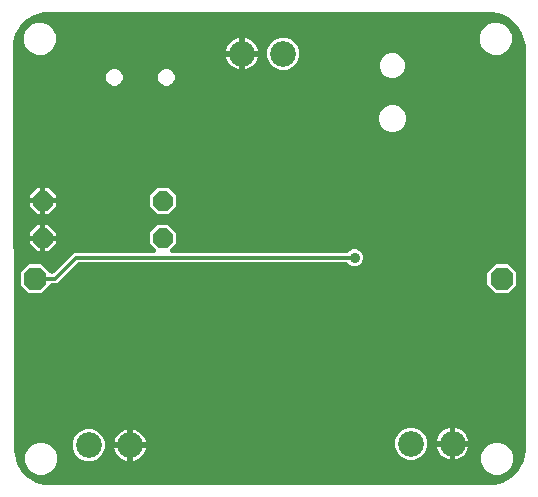
<source format=gbr>
G04 EAGLE Gerber RS-274X export*
G75*
%MOMM*%
%FSLAX34Y34*%
%LPD*%
%INBottom Copper*%
%IPPOS*%
%AMOC8*
5,1,8,0,0,1.08239X$1,22.5*%
G01*
%ADD10C,2.184400*%
%ADD11P,1.814519X8X22.500000*%
%ADD12P,2.089446X8X22.500000*%
%ADD13C,0.304800*%
%ADD14C,0.906400*%

G36*
X403146Y2921D02*
X403146Y2921D01*
X403152Y2921D01*
X403344Y2941D01*
X403445Y2951D01*
X404985Y2921D01*
X405003Y2923D01*
X405025Y2921D01*
X405089Y2921D01*
X405129Y2925D01*
X405182Y2923D01*
X408798Y3089D01*
X408831Y3094D01*
X408864Y3093D01*
X409192Y3146D01*
X416242Y4888D01*
X416336Y4921D01*
X416433Y4945D01*
X416546Y4996D01*
X416622Y5022D01*
X416669Y5051D01*
X416736Y5081D01*
X423095Y8588D01*
X423178Y8645D01*
X423265Y8693D01*
X423361Y8771D01*
X423427Y8816D01*
X423465Y8856D01*
X423522Y8903D01*
X428757Y13936D01*
X428822Y14012D01*
X428894Y14081D01*
X428966Y14182D01*
X429018Y14243D01*
X429045Y14290D01*
X429088Y14350D01*
X432842Y20567D01*
X432885Y20658D01*
X432936Y20743D01*
X432980Y20859D01*
X433015Y20931D01*
X433028Y20984D01*
X433054Y21053D01*
X435071Y28030D01*
X435077Y28063D01*
X435089Y28094D01*
X435144Y28421D01*
X435452Y32037D01*
X435451Y32107D01*
X435459Y32209D01*
X435459Y374127D01*
X435451Y374208D01*
X435448Y374337D01*
X435065Y378009D01*
X435059Y378042D01*
X435057Y378075D01*
X434986Y378399D01*
X432787Y385500D01*
X432748Y385592D01*
X432719Y385687D01*
X432662Y385797D01*
X432631Y385871D01*
X432600Y385916D01*
X432566Y385981D01*
X428605Y392271D01*
X428543Y392350D01*
X428490Y392434D01*
X428407Y392525D01*
X428357Y392588D01*
X428316Y392624D01*
X428266Y392679D01*
X422812Y397729D01*
X422732Y397789D01*
X422659Y397857D01*
X422555Y397923D01*
X422491Y397972D01*
X422441Y397995D01*
X422379Y398035D01*
X415804Y401501D01*
X415712Y401539D01*
X415623Y401586D01*
X415505Y401623D01*
X415431Y401653D01*
X415377Y401663D01*
X415307Y401685D01*
X408059Y403332D01*
X408026Y403336D01*
X407993Y403345D01*
X407664Y403381D01*
X407659Y403381D01*
X404066Y403479D01*
X404041Y403477D01*
X404011Y403479D01*
X403798Y403479D01*
X403764Y403476D01*
X403720Y403478D01*
X402350Y403425D01*
X402249Y403452D01*
X402236Y403453D01*
X402225Y403456D01*
X402162Y403459D01*
X401918Y403479D01*
X30530Y403479D01*
X30474Y403474D01*
X30397Y403475D01*
X26850Y403242D01*
X26817Y403237D01*
X26783Y403237D01*
X26457Y403178D01*
X19604Y401341D01*
X19510Y401306D01*
X19414Y401280D01*
X19302Y401227D01*
X19227Y401199D01*
X19181Y401170D01*
X19114Y401138D01*
X12969Y397591D01*
X12888Y397533D01*
X12802Y397483D01*
X12707Y397403D01*
X12642Y397356D01*
X12605Y397316D01*
X12549Y397268D01*
X7532Y392251D01*
X7469Y392174D01*
X7398Y392103D01*
X7327Y392001D01*
X7277Y391940D01*
X7251Y391891D01*
X7209Y391831D01*
X3662Y385686D01*
X3620Y385595D01*
X3571Y385509D01*
X3529Y385392D01*
X3496Y385319D01*
X3484Y385266D01*
X3459Y385196D01*
X1622Y378343D01*
X1617Y378310D01*
X1606Y378278D01*
X1558Y377950D01*
X1325Y374403D01*
X1327Y374344D01*
X1321Y374263D01*
X2584Y34023D01*
X2586Y33998D01*
X2585Y33973D01*
X2591Y33925D01*
X2591Y32139D01*
X2591Y32137D01*
X2591Y32133D01*
X2591Y32123D01*
X2596Y32069D01*
X2595Y31997D01*
X2828Y28450D01*
X2833Y28417D01*
X2833Y28383D01*
X2892Y28057D01*
X4729Y21204D01*
X4764Y21110D01*
X4790Y21014D01*
X4843Y20902D01*
X4871Y20827D01*
X4900Y20781D01*
X4932Y20714D01*
X8479Y14569D01*
X8537Y14488D01*
X8587Y14402D01*
X8667Y14307D01*
X8714Y14242D01*
X8754Y14205D01*
X8802Y14149D01*
X13819Y9132D01*
X13896Y9069D01*
X13967Y8998D01*
X14069Y8927D01*
X14130Y8877D01*
X14179Y8851D01*
X14239Y8809D01*
X20384Y5262D01*
X20475Y5220D01*
X20561Y5171D01*
X20678Y5129D01*
X20751Y5096D01*
X20804Y5084D01*
X20874Y5059D01*
X27727Y3222D01*
X27760Y3217D01*
X27792Y3206D01*
X27846Y3198D01*
X27887Y3186D01*
X27973Y3179D01*
X28120Y3158D01*
X31667Y2925D01*
X31724Y2927D01*
X31800Y2921D01*
X403139Y2921D01*
X403146Y2921D01*
G37*
%LPC*%
G36*
X15270Y165607D02*
X15270Y165607D01*
X8127Y172750D01*
X8127Y182850D01*
X15270Y189993D01*
X25370Y189993D01*
X32886Y182477D01*
X32900Y182466D01*
X32911Y182452D01*
X33056Y182338D01*
X33198Y182222D01*
X33213Y182214D01*
X33227Y182203D01*
X33391Y182119D01*
X33553Y182033D01*
X33570Y182028D01*
X33586Y182020D01*
X33764Y181971D01*
X33939Y181919D01*
X33957Y181917D01*
X33974Y181912D01*
X34157Y181899D01*
X34340Y181882D01*
X34358Y181884D01*
X34376Y181883D01*
X34558Y181906D01*
X34740Y181926D01*
X34757Y181931D01*
X34775Y181933D01*
X34949Y181992D01*
X35124Y182047D01*
X35140Y182056D01*
X35157Y182061D01*
X35316Y182153D01*
X35477Y182242D01*
X35490Y182253D01*
X35506Y182262D01*
X35759Y182477D01*
X52308Y199026D01*
X53801Y199645D01*
X120364Y199645D01*
X120373Y199646D01*
X120382Y199645D01*
X120574Y199666D01*
X120765Y199685D01*
X120774Y199687D01*
X120782Y199688D01*
X120965Y199746D01*
X121150Y199803D01*
X121158Y199807D01*
X121166Y199810D01*
X121335Y199903D01*
X121504Y199995D01*
X121511Y200000D01*
X121519Y200005D01*
X121666Y200129D01*
X121813Y200252D01*
X121819Y200259D01*
X121826Y200265D01*
X121945Y200416D01*
X122066Y200566D01*
X122070Y200574D01*
X122075Y200581D01*
X122163Y200754D01*
X122251Y200923D01*
X122253Y200932D01*
X122258Y200940D01*
X122309Y201126D01*
X122362Y201310D01*
X122363Y201319D01*
X122366Y201328D01*
X122380Y201521D01*
X122395Y201712D01*
X122394Y201720D01*
X122395Y201729D01*
X122371Y201922D01*
X122348Y202111D01*
X122346Y202120D01*
X122345Y202129D01*
X122283Y202312D01*
X122224Y202494D01*
X122219Y202502D01*
X122216Y202510D01*
X122120Y202677D01*
X122026Y202845D01*
X122020Y202852D01*
X122015Y202859D01*
X121801Y203112D01*
X117347Y207566D01*
X117347Y216614D01*
X123746Y223013D01*
X132794Y223013D01*
X139193Y216614D01*
X139193Y207566D01*
X134739Y203112D01*
X134734Y203105D01*
X134727Y203100D01*
X134607Y202950D01*
X134484Y202801D01*
X134480Y202793D01*
X134474Y202786D01*
X134386Y202616D01*
X134296Y202445D01*
X134293Y202436D01*
X134289Y202429D01*
X134236Y202244D01*
X134181Y202059D01*
X134180Y202050D01*
X134178Y202042D01*
X134162Y201850D01*
X134144Y201658D01*
X134145Y201649D01*
X134145Y201640D01*
X134167Y201451D01*
X134188Y201258D01*
X134191Y201249D01*
X134192Y201241D01*
X134251Y201059D01*
X134309Y200874D01*
X134314Y200866D01*
X134316Y200858D01*
X134411Y200689D01*
X134504Y200522D01*
X134510Y200515D01*
X134514Y200507D01*
X134640Y200361D01*
X134765Y200215D01*
X134772Y200209D01*
X134778Y200202D01*
X134929Y200085D01*
X135081Y199965D01*
X135089Y199961D01*
X135096Y199956D01*
X135268Y199870D01*
X135440Y199783D01*
X135448Y199780D01*
X135456Y199776D01*
X135642Y199726D01*
X135827Y199675D01*
X135836Y199674D01*
X135845Y199672D01*
X136176Y199645D01*
X284051Y199645D01*
X284078Y199647D01*
X284104Y199645D01*
X284278Y199667D01*
X284452Y199685D01*
X284477Y199692D01*
X284504Y199696D01*
X284669Y199751D01*
X284837Y199803D01*
X284860Y199816D01*
X284885Y199824D01*
X285037Y199911D01*
X285191Y199995D01*
X285211Y200012D01*
X285234Y200025D01*
X285487Y200240D01*
X286824Y201576D01*
X289423Y202653D01*
X292237Y202653D01*
X294836Y201576D01*
X296826Y199586D01*
X297903Y196987D01*
X297903Y194173D01*
X296826Y191574D01*
X294836Y189584D01*
X292237Y188507D01*
X289423Y188507D01*
X286824Y189584D01*
X285487Y190920D01*
X285467Y190937D01*
X285449Y190958D01*
X285311Y191065D01*
X285176Y191175D01*
X285152Y191188D01*
X285131Y191204D01*
X284974Y191282D01*
X284820Y191364D01*
X284795Y191372D01*
X284771Y191384D01*
X284601Y191429D01*
X284434Y191479D01*
X284408Y191481D01*
X284382Y191488D01*
X284051Y191515D01*
X57135Y191515D01*
X57108Y191513D01*
X57082Y191515D01*
X56908Y191493D01*
X56734Y191475D01*
X56709Y191468D01*
X56682Y191464D01*
X56517Y191409D01*
X56350Y191357D01*
X56326Y191344D01*
X56301Y191336D01*
X56149Y191249D01*
X55995Y191165D01*
X55975Y191148D01*
X55952Y191135D01*
X55699Y190920D01*
X39132Y174354D01*
X37639Y173735D01*
X34340Y173735D01*
X34313Y173733D01*
X34286Y173735D01*
X34112Y173713D01*
X33939Y173695D01*
X33914Y173688D01*
X33887Y173684D01*
X33721Y173628D01*
X33554Y173577D01*
X33531Y173564D01*
X33505Y173556D01*
X33354Y173469D01*
X33200Y173385D01*
X33180Y173368D01*
X33156Y173355D01*
X32903Y173140D01*
X25370Y165607D01*
X15270Y165607D01*
G37*
%LPD*%
%LPC*%
G36*
X408787Y11859D02*
X408787Y11859D01*
X403810Y13921D01*
X400001Y17730D01*
X397939Y22707D01*
X397939Y28093D01*
X400001Y33070D01*
X403810Y36879D01*
X408787Y38941D01*
X414173Y38941D01*
X419150Y36879D01*
X422959Y33070D01*
X425021Y28093D01*
X425021Y22707D01*
X422959Y17730D01*
X419150Y13921D01*
X414173Y11859D01*
X408787Y11859D01*
G37*
%LPD*%
%LPC*%
G36*
X22707Y11859D02*
X22707Y11859D01*
X17730Y13921D01*
X13921Y17730D01*
X11859Y22707D01*
X11859Y28093D01*
X13921Y33070D01*
X17730Y36879D01*
X22707Y38941D01*
X28093Y38941D01*
X33070Y36879D01*
X36879Y33070D01*
X38941Y28093D01*
X38941Y22707D01*
X36879Y17730D01*
X33070Y13921D01*
X28093Y11859D01*
X22707Y11859D01*
G37*
%LPD*%
%LPC*%
G36*
X407517Y367459D02*
X407517Y367459D01*
X402540Y369521D01*
X398731Y373330D01*
X396669Y378307D01*
X396669Y383693D01*
X398731Y388670D01*
X402540Y392479D01*
X403987Y393079D01*
X407517Y394541D01*
X412903Y394541D01*
X417880Y392479D01*
X421689Y388670D01*
X423751Y383693D01*
X423751Y378307D01*
X421689Y373330D01*
X417880Y369521D01*
X415145Y368388D01*
X412903Y367459D01*
X407517Y367459D01*
G37*
%LPD*%
%LPC*%
G36*
X21437Y367459D02*
X21437Y367459D01*
X16460Y369521D01*
X12651Y373330D01*
X10589Y378307D01*
X10589Y383693D01*
X12651Y388670D01*
X16460Y392479D01*
X17907Y393079D01*
X21437Y394541D01*
X26823Y394541D01*
X31800Y392479D01*
X35609Y388670D01*
X37671Y383693D01*
X37671Y378307D01*
X35609Y373330D01*
X31800Y369521D01*
X29065Y368388D01*
X26823Y367459D01*
X21437Y367459D01*
G37*
%LPD*%
%LPC*%
G36*
X62872Y23367D02*
X62872Y23367D01*
X57924Y25417D01*
X54137Y29204D01*
X52087Y34152D01*
X52087Y39508D01*
X54137Y44456D01*
X57924Y48243D01*
X61676Y49797D01*
X61677Y49798D01*
X62872Y50293D01*
X68228Y50293D01*
X73176Y48243D01*
X76963Y44456D01*
X79013Y39508D01*
X79013Y34152D01*
X76963Y29204D01*
X73176Y25417D01*
X68228Y23367D01*
X62872Y23367D01*
G37*
%LPD*%
%LPC*%
G36*
X227682Y354837D02*
X227682Y354837D01*
X222734Y356887D01*
X218947Y360674D01*
X216897Y365622D01*
X216897Y370978D01*
X218947Y375926D01*
X222734Y379713D01*
X225578Y380891D01*
X227682Y381763D01*
X233038Y381763D01*
X237986Y379713D01*
X241773Y375926D01*
X243823Y370978D01*
X243823Y365622D01*
X241773Y360674D01*
X237986Y356887D01*
X233038Y354837D01*
X227682Y354837D01*
G37*
%LPD*%
%LPC*%
G36*
X335922Y24637D02*
X335922Y24637D01*
X330974Y26687D01*
X327187Y30474D01*
X325137Y35422D01*
X325137Y40778D01*
X327187Y45726D01*
X330974Y49513D01*
X335922Y51563D01*
X341278Y51563D01*
X346226Y49513D01*
X350013Y45726D01*
X352063Y40778D01*
X352063Y35422D01*
X350013Y30474D01*
X346226Y26687D01*
X342411Y25106D01*
X341278Y24637D01*
X335922Y24637D01*
G37*
%LPD*%
%LPC*%
G36*
X410240Y165607D02*
X410240Y165607D01*
X403097Y172750D01*
X403097Y182850D01*
X410240Y189993D01*
X420340Y189993D01*
X427483Y182850D01*
X427483Y172750D01*
X420340Y165607D01*
X410240Y165607D01*
G37*
%LPD*%
%LPC*%
G36*
X320284Y301599D02*
X320284Y301599D01*
X316043Y303356D01*
X312796Y306603D01*
X311039Y310844D01*
X311039Y315436D01*
X312796Y319677D01*
X316043Y322924D01*
X318680Y324016D01*
X320284Y324681D01*
X324876Y324681D01*
X329117Y322924D01*
X332364Y319677D01*
X334121Y315436D01*
X334121Y310844D01*
X332364Y306603D01*
X329117Y303356D01*
X324876Y301599D01*
X320284Y301599D01*
G37*
%LPD*%
%LPC*%
G36*
X123746Y232917D02*
X123746Y232917D01*
X117347Y239316D01*
X117347Y248364D01*
X123746Y254763D01*
X132794Y254763D01*
X139193Y248364D01*
X139193Y239316D01*
X132794Y232917D01*
X123746Y232917D01*
G37*
%LPD*%
%LPC*%
G36*
X320483Y347599D02*
X320483Y347599D01*
X316609Y349204D01*
X313644Y352169D01*
X312039Y356043D01*
X312039Y360237D01*
X313644Y364111D01*
X316609Y367076D01*
X320483Y368681D01*
X324677Y368681D01*
X328551Y367076D01*
X331516Y364111D01*
X333121Y360237D01*
X333121Y356043D01*
X331516Y352169D01*
X328551Y349204D01*
X324677Y347599D01*
X320483Y347599D01*
G37*
%LPD*%
%LPC*%
G36*
X129820Y341099D02*
X129820Y341099D01*
X127232Y342171D01*
X125251Y344152D01*
X124179Y346740D01*
X124179Y349540D01*
X125251Y352128D01*
X127232Y354109D01*
X129820Y355181D01*
X132620Y355181D01*
X135208Y354109D01*
X137189Y352128D01*
X138261Y349540D01*
X138261Y346740D01*
X137189Y344152D01*
X135208Y342171D01*
X132620Y341099D01*
X129820Y341099D01*
G37*
%LPD*%
%LPC*%
G36*
X85820Y341099D02*
X85820Y341099D01*
X83232Y342171D01*
X81251Y344152D01*
X80179Y346740D01*
X80179Y349540D01*
X81251Y352128D01*
X83232Y354109D01*
X85820Y355181D01*
X88620Y355181D01*
X91208Y354109D01*
X93189Y352128D01*
X94261Y349540D01*
X94261Y346740D01*
X93189Y344152D01*
X91208Y342171D01*
X88620Y341099D01*
X85820Y341099D01*
G37*
%LPD*%
%LPC*%
G36*
X197859Y370799D02*
X197859Y370799D01*
X197859Y381535D01*
X198513Y381431D01*
X200528Y380776D01*
X202416Y379814D01*
X204130Y378569D01*
X205629Y377070D01*
X206874Y375356D01*
X207836Y373468D01*
X208491Y371453D01*
X208595Y370799D01*
X197859Y370799D01*
G37*
%LPD*%
%LPC*%
G36*
X376099Y40599D02*
X376099Y40599D01*
X376099Y51335D01*
X376753Y51231D01*
X378768Y50576D01*
X380656Y49614D01*
X382370Y48369D01*
X383869Y46870D01*
X385114Y45156D01*
X386076Y43268D01*
X386731Y41253D01*
X386835Y40599D01*
X376099Y40599D01*
G37*
%LPD*%
%LPC*%
G36*
X103049Y39329D02*
X103049Y39329D01*
X103049Y50065D01*
X103703Y49961D01*
X105718Y49306D01*
X107606Y48344D01*
X109320Y47099D01*
X110819Y45600D01*
X112064Y43886D01*
X113026Y41998D01*
X113681Y39983D01*
X113785Y39329D01*
X103049Y39329D01*
G37*
%LPD*%
%LPC*%
G36*
X182125Y370799D02*
X182125Y370799D01*
X182229Y371453D01*
X182884Y373468D01*
X183846Y375356D01*
X185091Y377070D01*
X186590Y378569D01*
X188304Y379814D01*
X190192Y380776D01*
X192207Y381431D01*
X192861Y381535D01*
X192861Y370799D01*
X182125Y370799D01*
G37*
%LPD*%
%LPC*%
G36*
X197859Y365801D02*
X197859Y365801D01*
X208595Y365801D01*
X208491Y365147D01*
X207836Y363132D01*
X206874Y361244D01*
X205629Y359530D01*
X204130Y358031D01*
X202416Y356786D01*
X200528Y355824D01*
X198513Y355169D01*
X197859Y355065D01*
X197859Y365801D01*
G37*
%LPD*%
%LPC*%
G36*
X360365Y40599D02*
X360365Y40599D01*
X360469Y41253D01*
X361124Y43268D01*
X362086Y45156D01*
X363331Y46870D01*
X364830Y48369D01*
X366544Y49614D01*
X368432Y50576D01*
X370447Y51231D01*
X371101Y51335D01*
X371101Y40599D01*
X360365Y40599D01*
G37*
%LPD*%
%LPC*%
G36*
X87315Y39329D02*
X87315Y39329D01*
X87419Y39983D01*
X88074Y41998D01*
X89036Y43886D01*
X90281Y45600D01*
X91780Y47099D01*
X93494Y48344D01*
X95382Y49306D01*
X97397Y49961D01*
X98051Y50065D01*
X98051Y39329D01*
X87315Y39329D01*
G37*
%LPD*%
%LPC*%
G36*
X376099Y35601D02*
X376099Y35601D01*
X386835Y35601D01*
X386731Y34947D01*
X386076Y32932D01*
X385114Y31044D01*
X383869Y29330D01*
X382370Y27831D01*
X380656Y26586D01*
X378768Y25624D01*
X376753Y24969D01*
X376099Y24865D01*
X376099Y35601D01*
G37*
%LPD*%
%LPC*%
G36*
X103049Y34331D02*
X103049Y34331D01*
X113785Y34331D01*
X113681Y33677D01*
X113026Y31662D01*
X112064Y29774D01*
X110819Y28060D01*
X109320Y26561D01*
X107606Y25316D01*
X105718Y24354D01*
X103703Y23699D01*
X103049Y23595D01*
X103049Y34331D01*
G37*
%LPD*%
%LPC*%
G36*
X97397Y23699D02*
X97397Y23699D01*
X95382Y24354D01*
X93494Y25316D01*
X91780Y26561D01*
X90281Y28060D01*
X89036Y29774D01*
X88074Y31662D01*
X87419Y33677D01*
X87315Y34331D01*
X98051Y34331D01*
X98051Y23595D01*
X97397Y23699D01*
G37*
%LPD*%
%LPC*%
G36*
X370447Y24969D02*
X370447Y24969D01*
X368432Y25624D01*
X366544Y26586D01*
X364830Y27831D01*
X363331Y29330D01*
X362086Y31044D01*
X361124Y32932D01*
X360469Y34947D01*
X360365Y35601D01*
X371101Y35601D01*
X371101Y24865D01*
X370447Y24969D01*
G37*
%LPD*%
%LPC*%
G36*
X192207Y355169D02*
X192207Y355169D01*
X190192Y355824D01*
X188304Y356786D01*
X186590Y358031D01*
X185091Y359530D01*
X183846Y361244D01*
X182884Y363132D01*
X182229Y365147D01*
X182125Y365801D01*
X192861Y365801D01*
X192861Y355065D01*
X192207Y355169D01*
G37*
%LPD*%
%LPC*%
G36*
X28701Y245871D02*
X28701Y245871D01*
X28701Y254763D01*
X31194Y254763D01*
X37593Y248364D01*
X37593Y245871D01*
X28701Y245871D01*
G37*
%LPD*%
%LPC*%
G36*
X28701Y214121D02*
X28701Y214121D01*
X28701Y223013D01*
X31194Y223013D01*
X37593Y216614D01*
X37593Y214121D01*
X28701Y214121D01*
G37*
%LPD*%
%LPC*%
G36*
X28701Y201167D02*
X28701Y201167D01*
X28701Y210059D01*
X37593Y210059D01*
X37593Y207566D01*
X31194Y201167D01*
X28701Y201167D01*
G37*
%LPD*%
%LPC*%
G36*
X28701Y232917D02*
X28701Y232917D01*
X28701Y241809D01*
X37593Y241809D01*
X37593Y239316D01*
X31194Y232917D01*
X28701Y232917D01*
G37*
%LPD*%
%LPC*%
G36*
X15747Y245871D02*
X15747Y245871D01*
X15747Y248364D01*
X22146Y254763D01*
X24639Y254763D01*
X24639Y245871D01*
X15747Y245871D01*
G37*
%LPD*%
%LPC*%
G36*
X15747Y214121D02*
X15747Y214121D01*
X15747Y216614D01*
X22146Y223013D01*
X24639Y223013D01*
X24639Y214121D01*
X15747Y214121D01*
G37*
%LPD*%
%LPC*%
G36*
X22146Y201167D02*
X22146Y201167D01*
X15747Y207566D01*
X15747Y210059D01*
X24639Y210059D01*
X24639Y201167D01*
X22146Y201167D01*
G37*
%LPD*%
%LPC*%
G36*
X22146Y232917D02*
X22146Y232917D01*
X15747Y239316D01*
X15747Y241809D01*
X24639Y241809D01*
X24639Y232917D01*
X22146Y232917D01*
G37*
%LPD*%
D10*
X373600Y38100D03*
X338600Y38100D03*
X100550Y36830D03*
X65550Y36830D03*
X195360Y368300D03*
X230360Y368300D03*
D11*
X26670Y243840D03*
X128270Y243840D03*
X26670Y212090D03*
X128270Y212090D03*
D12*
X20320Y177800D03*
X415290Y177800D03*
D13*
X36830Y177800D02*
X20320Y177800D01*
X54610Y195580D02*
X290830Y195580D01*
X54610Y195580D02*
X36830Y177800D01*
D14*
X290830Y195580D03*
M02*

</source>
